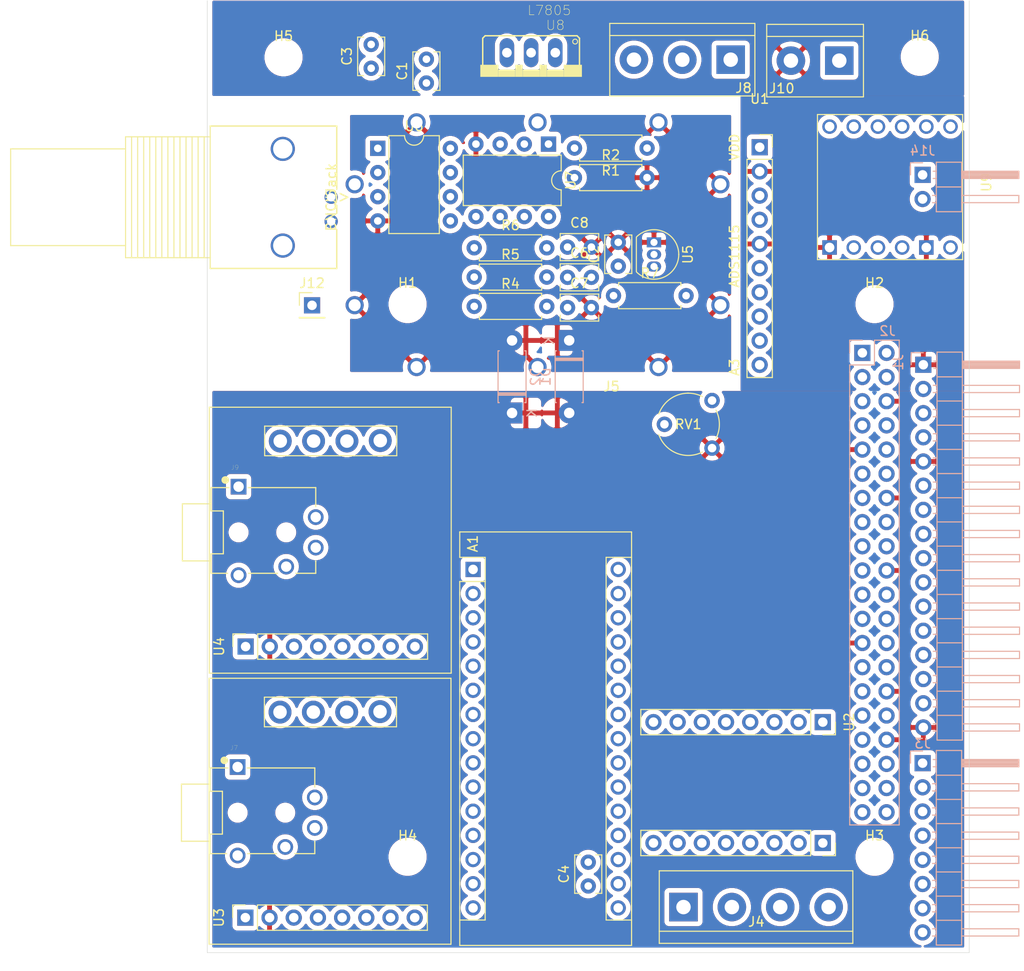
<source format=kicad_pcb>
(kicad_pcb (version 20171130) (host pcbnew "(5.1.9)-1")
  (layers (0 F.Cu signal) (31 B.Cu signal) (34 B.Paste user) (35 F.Paste user) (36 B.SilkS user) (37 F.SilkS user) (38 B.Mask user) (39 F.Mask user) (44 Edge.Cuts user))
  (net 0 "")
  (net 1 "Net-(A1-Pad1)")
  (net 2 /Arduino_VDD)
  (net 3 "Net-(A1-Pad2)")
  (net 4 "Net-(A1-Pad18)")
  (net 5 "Net-(A1-Pad3)")
  (net 6 "Net-(A1-Pad19)")
  (net 7 /Arduino_GND)
  (net 8 "Net-(A1-Pad20)")
  (net 9 "Net-(A1-Pad5)")
  (net 10 "Net-(A1-Pad21)")
  (net 11 "Net-(A1-Pad6)")
  (net 12 "Net-(A1-Pad22)")
  (net 13 "Net-(A1-Pad7)")
  (net 14 "Net-(A1-Pad23)")
  (net 15 /DIR)
  (net 16 "Net-(A1-Pad24)")
  (net 17 /STEP)
  (net 18 "Net-(A1-Pad25)")
  (net 19 "Net-(A1-Pad10)")
  (net 20 "Net-(A1-Pad26)")
  (net 21 "Net-(A1-Pad11)")
  (net 22 "Net-(A1-Pad27)")
  (net 23 "Net-(A1-Pad12)")
  (net 24 "Net-(A1-Pad28)")
  (net 25 "Net-(A1-Pad13)")
  (net 26 "Net-(A1-Pad14)")
  (net 27 "Net-(A1-Pad30)")
  (net 28 "Net-(A1-Pad15)")
  (net 29 "Net-(A1-Pad16)")
  (net 30 /PSU_5V)
  (net 31 /PSU_GND)
  (net 32 /PSU_A5V)
  (net 33 /PSU_AGND)
  (net 34 /PSU_12V)
  (net 35 "Net-(C6-Pad2)")
  (net 36 "Net-(C6-Pad1)")
  (net 37 "Net-(C7-Pad1)")
  (net 38 "Net-(C8-Pad1)")
  (net 39 GND)
  (net 40 +5V)
  (net 41 /LCD_OV)
  (net 42 /LCD_RS)
  (net 43 /LCD_E)
  (net 44 "Net-(J1-Pad7)")
  (net 45 "Net-(J1-Pad8)")
  (net 46 "Net-(J1-Pad9)")
  (net 47 "Net-(J1-Pad10)")
  (net 48 /LCD_D4)
  (net 49 /LCD_D5)
  (net 50 /LCD_D6)
  (net 51 /LCD_D7)
  (net 52 +3V3)
  (net 53 /SDA)
  (net 54 /SCL)
  (net 55 /CS1)
  (net 56 "Net-(J2-Pad8)")
  (net 57 "Net-(J2-Pad10)")
  (net 58 /MOT_DIR)
  (net 59 /MOSI)
  (net 60 /MISO)
  (net 61 /SCLK)
  (net 62 "Net-(J2-Pad24)")
  (net 63 "Net-(J2-Pad26)")
  (net 64 /CS0)
  (net 65 /KeyRow_1)
  (net 66 /KeyRow_3)
  (net 67 /KeyRow_2)
  (net 68 "Net-(J10-Pad1)")
  (net 69 /PWM)
  (net 70 /KeyRow_4)
  (net 71 /KeyCol_1)
  (net 72 /KeyCol_2)
  (net 73 /KeyCol_3)
  (net 74 /KeyCol_4)
  (net 75 "Net-(J4-Pad2)")
  (net 76 "Net-(J4-Pad3)")
  (net 77 "Net-(J4-Pad1)")
  (net 78 "Net-(J4-Pad4)")
  (net 79 "Net-(J6-Pad1)")
  (net 80 "Net-(J12-Pad1)")
  (net 81 "Net-(J6-Pad3)")
  (net 82 "Net-(J6-Pad4)")
  (net 83 "Net-(J7-Pad5)")
  (net 84 "Net-(J7-Pad4)")
  (net 85 "Net-(J7-Pad3)")
  (net 86 "Net-(J7-Pad2)")
  (net 87 "Net-(J7-Pad1)")
  (net 88 "Net-(J9-Pad1)")
  (net 89 "Net-(J9-Pad2)")
  (net 90 "Net-(J9-Pad3)")
  (net 91 "Net-(J9-Pad4)")
  (net 92 "Net-(J9-Pad5)")
  (net 93 "Net-(J14-Pad1)")
  (net 94 "Net-(J14-Pad2)")
  (net 95 "Net-(R1-Pad1)")
  (net 96 "Net-(R1-Pad2)")
  (net 97 "Net-(R6-Pad2)")
  (net 98 "Net-(U1-Pad8)")
  (net 99 "Net-(U1-Pad9)")
  (net 100 "Net-(U1-Pad10)")
  (net 101 "Net-(U2-Pad5)")
  (net 102 "Net-(U3-Pad8)")
  (net 103 "Net-(U3-Pad3)")
  (net 104 "Net-(U4-Pad3)")
  (net 105 "Net-(U4-Pad8)")
  (net 106 "Net-(U5-Pad3)")
  (net 107 "Net-(U9-Pad1)")
  (net 108 "Net-(U9-Pad2)")
  (net 109 "Net-(U9-Pad3)")
  (module Titrator_Footprints:BD65496MUV_BO_Footprint (layer F.Cu) (at 210.2 49.05 270)
    (fp_text reference U9 (at -0.6 -0.2 90) (layer F.SilkS))
    (fp_text value BD65496MUV_BO)
    (pad 12 thru_hole rect (at 6.23 16.27 270) (size 1.524 1.524) (drill 1.016) (layers *.Cu *.Mask) (net 39 GND))
    (pad 11 thru_hole circle (at 6.23 13.73 270) (size 1.524 1.524) (drill 1.016) (layers *.Cu *.Mask) (net 34 /PSU_12V))
    (pad 10 thru_hole circle (at 6.23 11.19 270) (size 1.524 1.524) (drill 1.016) (layers *.Cu *.Mask) (net 94 "Net-(J14-Pad2)"))
    (pad 9 thru_hole circle (at 6.23 8.65 270) (size 1.524 1.524) (drill 1.016) (layers *.Cu *.Mask) (net 93 "Net-(J14-Pad1)"))
    (pad 8 thru_hole rect (at 6.23 6.11 270) (size 1.524 1.524) (drill 1.016) (layers *.Cu *.Mask) (net 39 GND))
    (pad 7 thru_hole circle (at 6.23 3.57 270) (size 1.524 1.524) (drill 1.016) (layers *.Cu *.Mask) (net 52 +3V3))
    (pad 6 thru_hole circle (at -6.47 16.27 270) (size 1.524 1.524) (drill 1.016) (layers *.Cu *.Mask) (net 52 +3V3))
    (pad 5 thru_hole circle (at -6.47 13.73 270) (size 1.524 1.524) (drill 1.016) (layers *.Cu *.Mask) (net 58 /MOT_DIR))
    (pad 4 thru_hole circle (at -6.47 11.19 270) (size 1.524 1.524) (drill 1.016) (layers *.Cu *.Mask) (net 69 /PWM))
    (pad 3 thru_hole circle (at -6.47 8.65 270) (size 1.524 1.524) (drill 1.016) (layers *.Cu *.Mask) (net 109 "Net-(U9-Pad3)"))
    (pad 2 thru_hole circle (at -6.47 6.11 270) (size 1.524 1.524) (drill 1.016) (layers *.Cu *.Mask) (net 108 "Net-(U9-Pad2)"))
    (pad 1 thru_hole circle (at -6.47 3.57 270) (size 1.524 1.524) (drill 1.016) (layers *.Cu *.Mask) (net 107 "Net-(U9-Pad1)"))
  )
  (module Titrator_Footprints:PinHeader_1x16_P2.54mm_Horizontal (layer B.Cu) (at 203.775 67.6 180)
    (fp_text reference J1 (at 2.629 0.251 -90) (layer B.SilkS) (effects (justify mirror)))
    (fp_text value Conn_01x16)
    (pad 16 thru_hole oval (at 0 -38.1 180) (size 1.7 1.7) (drill 1) (layers *.Cu *.Mask) (net 39 GND))
    (pad 15 thru_hole oval (at 0 -35.56 180) (size 1.7 1.7) (drill 1) (layers *.Cu *.Mask) (net 52 +3V3))
    (pad 14 thru_hole oval (at 0 -33.02 180) (size 1.7 1.7) (drill 1) (layers *.Cu *.Mask) (net 51 /LCD_D7))
    (pad 13 thru_hole oval (at 0 -30.48 180) (size 1.7 1.7) (drill 1) (layers *.Cu *.Mask) (net 50 /LCD_D6))
    (pad 12 thru_hole oval (at 0 -27.94 180) (size 1.7 1.7) (drill 1) (layers *.Cu *.Mask) (net 49 /LCD_D5))
    (pad 11 thru_hole oval (at 0 -25.4 180) (size 1.7 1.7) (drill 1) (layers *.Cu *.Mask) (net 48 /LCD_D4))
    (pad 10 thru_hole oval (at 0 -22.86 180) (size 1.7 1.7) (drill 1) (layers *.Cu *.Mask) (net 47 "Net-(J1-Pad10)"))
    (pad 9 thru_hole oval (at 0 -20.32 180) (size 1.7 1.7) (drill 1) (layers *.Cu *.Mask) (net 46 "Net-(J1-Pad9)"))
    (pad 8 thru_hole oval (at 0 -17.78 180) (size 1.7 1.7) (drill 1) (layers *.Cu *.Mask) (net 45 "Net-(J1-Pad8)"))
    (pad 7 thru_hole oval (at 0 -15.24 180) (size 1.7 1.7) (drill 1) (layers *.Cu *.Mask) (net 44 "Net-(J1-Pad7)"))
    (pad 6 thru_hole oval (at 0 -12.7 180) (size 1.7 1.7) (drill 1) (layers *.Cu *.Mask) (net 43 /LCD_E))
    (pad 5 thru_hole oval (at 0 -10.16 180) (size 1.7 1.7) (drill 1) (layers *.Cu *.Mask) (net 39 GND))
    (pad 4 thru_hole oval (at 0 -7.62 180) (size 1.7 1.7) (drill 1) (layers *.Cu *.Mask) (net 42 /LCD_RS))
    (pad 3 thru_hole oval (at 0 -5.08 180) (size 1.7 1.7) (drill 1) (layers *.Cu *.Mask) (net 41 /LCD_OV))
    (pad 2 thru_hole oval (at 0 -2.54 180) (size 1.7 1.7) (drill 1) (layers *.Cu *.Mask) (net 40 +5V))
    (pad 1 thru_hole rect (at 0 0 180) (size 1.7 1.7) (drill 1) (layers *.Cu *.Mask) (net 39 GND))
  )
  (module Titrator_Footprints:PinHeader_1x02_P2.54mm_Horizontal (layer B.Cu) (at 203.7 47.65 180)
    (fp_text reference J14 (at 0 2.54) (layer B.SilkS) (effects (justify mirror)))
    (fp_text value Conn_01x02)
    (pad 1 thru_hole rect (at 0 0 180) (size 1.7 1.7) (drill 1) (layers *.Cu *.Mask) (net 93 "Net-(J14-Pad1)"))
    (pad 2 thru_hole oval (at 0 -2.54 180) (size 1.7 1.7) (drill 1) (layers *.Cu *.Mask) (net 94 "Net-(J14-Pad2)"))
  )
  (module Titrator_Footprints:PinHeader_1x08_P2.54mm_Horizontal (layer B.Cu) (at 203.7 109.45 180)
    (fp_text reference J3 (at -0.00508 2.05486 180) (layer B.SilkS) (effects (justify mirror)))
    (fp_text value Conn_01x08)
    (pad 8 thru_hole oval (at 0 -17.78 180) (size 1.7 1.7) (drill 1) (layers *.Cu *.Mask) (net 74 /KeyCol_4))
    (pad 7 thru_hole oval (at 0 -15.24 180) (size 1.7 1.7) (drill 1) (layers *.Cu *.Mask) (net 73 /KeyCol_3))
    (pad 6 thru_hole oval (at 0 -12.7 180) (size 1.7 1.7) (drill 1) (layers *.Cu *.Mask) (net 72 /KeyCol_2))
    (pad 5 thru_hole oval (at 0 -10.16 180) (size 1.7 1.7) (drill 1) (layers *.Cu *.Mask) (net 71 /KeyCol_1))
    (pad 4 thru_hole oval (at 0 -7.62 180) (size 1.7 1.7) (drill 1) (layers *.Cu *.Mask) (net 70 /KeyRow_4))
    (pad 3 thru_hole oval (at 0 -5.08 180) (size 1.7 1.7) (drill 1) (layers *.Cu *.Mask) (net 66 /KeyRow_3))
    (pad 2 thru_hole oval (at 0 -2.54 180) (size 1.7 1.7) (drill 1) (layers *.Cu *.Mask) (net 67 /KeyRow_2))
    (pad 1 thru_hole rect (at 0 0 180) (size 1.7 1.7) (drill 1) (layers *.Cu *.Mask) (net 65 /KeyRow_1))
  )
  (module Titrator_Footprints:BNC_Jack (layer F.Cu) (at 141.6 50 90)
    (fp_text reference J6 (at 0 0 90) (layer F.SilkS))
    (fp_text value BNC_Jack (at 0 0 90) (layer F.SilkS))
    (fp_text user * (at 0 0 90) (layer F.SilkS))
    (pad 4 thru_hole circle (at 5.08 -5.08 90) (size 2.54 2.54) (drill 2.032) (layers *.Cu *.Mask) (net 82 "Net-(J6-Pad4)"))
    (pad 3 thru_hole circle (at -5.08 -5.08 90) (size 2.54 2.54) (drill 2.032) (layers *.Cu *.Mask) (net 81 "Net-(J6-Pad3)"))
    (pad 2 thru_hole circle (at -2.54 0 90) (size 1.397 1.397) (drill 0.889) (layers *.Cu *.Mask) (net 80 "Net-(J12-Pad1)"))
    (pad 1 thru_hole circle (at 0 0 90) (size 1.397 1.397) (drill 0.889) (layers *.Cu *.Mask) (net 79 "Net-(J6-Pad1)"))
  )
  (module Titrator_Footprints:Arduino_Nano (layer F.Cu) (at 156.5 89.1)
    (fp_text reference A1 (at -0.028 -2.717 270) (layer F.SilkS))
    (fp_text value Arduino_Nano_v3.x)
    (pad 1 thru_hole rect (at 0 0) (size 1.6 1.6) (drill 1) (layers *.Cu *.Mask) (net 1 "Net-(A1-Pad1)"))
    (pad 17 thru_hole oval (at 15.24 33.02) (size 1.6 1.6) (drill 1) (layers *.Cu *.Mask) (net 2 /Arduino_VDD))
    (pad 2 thru_hole oval (at 0 2.54) (size 1.6 1.6) (drill 1) (layers *.Cu *.Mask) (net 3 "Net-(A1-Pad2)"))
    (pad 18 thru_hole oval (at 15.24 30.48) (size 1.6 1.6) (drill 1) (layers *.Cu *.Mask) (net 4 "Net-(A1-Pad18)"))
    (pad 3 thru_hole oval (at 0 5.08) (size 1.6 1.6) (drill 1) (layers *.Cu *.Mask) (net 5 "Net-(A1-Pad3)"))
    (pad 19 thru_hole oval (at 15.24 27.94) (size 1.6 1.6) (drill 1) (layers *.Cu *.Mask) (net 6 "Net-(A1-Pad19)"))
    (pad 4 thru_hole oval (at 0 7.62) (size 1.6 1.6) (drill 1) (layers *.Cu *.Mask) (net 7 /Arduino_GND))
    (pad 20 thru_hole oval (at 15.24 25.4) (size 1.6 1.6) (drill 1) (layers *.Cu *.Mask) (net 8 "Net-(A1-Pad20)"))
    (pad 5 thru_hole oval (at 0 10.16) (size 1.6 1.6) (drill 1) (layers *.Cu *.Mask) (net 9 "Net-(A1-Pad5)"))
    (pad 21 thru_hole oval (at 15.24 22.86) (size 1.6 1.6) (drill 1) (layers *.Cu *.Mask) (net 10 "Net-(A1-Pad21)"))
    (pad 6 thru_hole oval (at 0 12.7) (size 1.6 1.6) (drill 1) (layers *.Cu *.Mask) (net 11 "Net-(A1-Pad6)"))
    (pad 22 thru_hole oval (at 15.24 20.32) (size 1.6 1.6) (drill 1) (layers *.Cu *.Mask) (net 12 "Net-(A1-Pad22)"))
    (pad 7 thru_hole oval (at 0 15.24) (size 1.6 1.6) (drill 1) (layers *.Cu *.Mask) (net 13 "Net-(A1-Pad7)"))
    (pad 23 thru_hole oval (at 15.24 17.78) (size 1.6 1.6) (drill 1) (layers *.Cu *.Mask) (net 14 "Net-(A1-Pad23)"))
    (pad 8 thru_hole oval (at 0 17.78) (size 1.6 1.6) (drill 1) (layers *.Cu *.Mask) (net 15 /DIR))
    (pad 24 thru_hole oval (at 15.24 15.24) (size 1.6 1.6) (drill 1) (layers *.Cu *.Mask) (net 16 "Net-(A1-Pad24)"))
    (pad 9 thru_hole oval (at 0 20.32) (size 1.6 1.6) (drill 1) (layers *.Cu *.Mask) (net 17 /STEP))
    (pad 25 thru_hole oval (at 15.24 12.7) (size 1.6 1.6) (drill 1) (layers *.Cu *.Mask) (net 18 "Net-(A1-Pad25)"))
    (pad 10 thru_hole oval (at 0 22.86) (size 1.6 1.6) (drill 1) (layers *.Cu *.Mask) (net 19 "Net-(A1-Pad10)"))
    (pad 26 thru_hole oval (at 15.24 10.16) (size 1.6 1.6) (drill 1) (layers *.Cu *.Mask) (net 20 "Net-(A1-Pad26)"))
    (pad 11 thru_hole oval (at 0 25.4) (size 1.6 1.6) (drill 1) (layers *.Cu *.Mask) (net 21 "Net-(A1-Pad11)"))
    (pad 27 thru_hole oval (at 15.24 7.62) (size 1.6 1.6) (drill 1) (layers *.Cu *.Mask) (net 22 "Net-(A1-Pad27)"))
    (pad 12 thru_hole oval (at 0 27.94) (size 1.6 1.6) (drill 1) (layers *.Cu *.Mask) (net 23 "Net-(A1-Pad12)"))
    (pad 28 thru_hole oval (at 15.24 5.08) (size 1.6 1.6) (drill 1) (layers *.Cu *.Mask) (net 24 "Net-(A1-Pad28)"))
    (pad 13 thru_hole oval (at 0 30.48) (size 1.6 1.6) (drill 1) (layers *.Cu *.Mask) (net 25 "Net-(A1-Pad13)"))
    (pad 29 thru_hole oval (at 15.24 2.54) (size 1.6 1.6) (drill 1) (layers *.Cu *.Mask) (net 7 /Arduino_GND))
    (pad 14 thru_hole oval (at 0 33.02) (size 1.6 1.6) (drill 1) (layers *.Cu *.Mask) (net 26 "Net-(A1-Pad14)"))
    (pad 30 thru_hole oval (at 15.24 0) (size 1.6 1.6) (drill 1) (layers *.Cu *.Mask) (net 27 "Net-(A1-Pad30)"))
    (pad 15 thru_hole oval (at 0 35.56) (size 1.6 1.6) (drill 1) (layers *.Cu *.Mask) (net 28 "Net-(A1-Pad15)"))
    (pad 16 thru_hole oval (at 15.24 35.56) (size 1.6 1.6) (drill 1) (layers *.Cu *.Mask) (net 29 "Net-(A1-Pad16)"))
  )
  (module Capacitor_THT:C_Disc_D3.8mm_W2.6mm_P2.50mm (layer F.Cu) (at 151.6 38 90)
    (fp_text reference C1 (at 1.25 -2.55 90) (layer F.SilkS))
    (fp_text value 0.1uF)
    (pad 1 thru_hole circle (at 0 0 90) (size 1.6 1.6) (drill 0.8) (layers *.Cu *.Mask) (net 30 /PSU_5V))
    (pad 2 thru_hole circle (at 2.5 0 90) (size 1.6 1.6) (drill 0.8) (layers *.Cu *.Mask) (net 31 /PSU_GND))
  )
  (module Capacitor_THT:C_Disc_D3.8mm_W2.6mm_P2.50mm (layer F.Cu) (at 171.745 57.24 90)
    (fp_text reference C2 (at 1.25 -2.55 90) (layer F.SilkS))
    (fp_text value 0.1uF)
    (pad 1 thru_hole circle (at 0 0 90) (size 1.6 1.6) (drill 0.8) (layers *.Cu *.Mask) (net 32 /PSU_A5V))
    (pad 2 thru_hole circle (at 2.5 0 90) (size 1.6 1.6) (drill 0.8) (layers *.Cu *.Mask) (net 33 /PSU_AGND))
  )
  (module Capacitor_THT:C_Disc_D3.8mm_W2.6mm_P2.50mm (layer F.Cu) (at 145.8 36.45 90)
    (fp_text reference C3 (at 1.25 -2.55 90) (layer F.SilkS))
    (fp_text value 0.1uF)
    (pad 1 thru_hole circle (at 0 0 90) (size 1.6 1.6) (drill 0.8) (layers *.Cu *.Mask) (net 34 /PSU_12V))
    (pad 2 thru_hole circle (at 2.5 0 90) (size 1.6 1.6) (drill 0.8) (layers *.Cu *.Mask) (net 31 /PSU_GND))
  )
  (module Capacitor_THT:C_Disc_D3.8mm_W2.6mm_P2.50mm (layer F.Cu) (at 168.592 122.355 90)
    (fp_text reference C4 (at 1.25 -2.55 90) (layer F.SilkS))
    (fp_text value .1uF)
    (pad 1 thru_hole circle (at 0 0 90) (size 1.6 1.6) (drill 0.8) (layers *.Cu *.Mask) (net 2 /Arduino_VDD))
    (pad 2 thru_hole circle (at 2.5 0 90) (size 1.6 1.6) (drill 0.8) (layers *.Cu *.Mask) (net 7 /Arduino_GND))
  )
  (module Capacitor_THT:C_Disc_D3.8mm_W2.6mm_P2.50mm (layer F.Cu) (at 166.42 58.415)
    (fp_text reference C6 (at 1.25 -2.55) (layer F.SilkS))
    (fp_text value 1uF)
    (pad 2 thru_hole circle (at 2.5 0) (size 1.6 1.6) (drill 0.8) (layers *.Cu *.Mask) (net 35 "Net-(C6-Pad2)"))
    (pad 1 thru_hole circle (at 0 0) (size 1.6 1.6) (drill 0.8) (layers *.Cu *.Mask) (net 36 "Net-(C6-Pad1)"))
  )
  (module Capacitor_THT:C_Disc_D3.8mm_W2.6mm_P2.50mm (layer F.Cu) (at 166.42 61.59)
    (fp_text reference C7 (at 1.25 -2.55) (layer F.SilkS))
    (fp_text value 1uF)
    (pad 2 thru_hole circle (at 2.5 0) (size 1.6 1.6) (drill 0.8) (layers *.Cu *.Mask) (net 33 /PSU_AGND))
    (pad 1 thru_hole circle (at 0 0) (size 1.6 1.6) (drill 0.8) (layers *.Cu *.Mask) (net 37 "Net-(C7-Pad1)"))
  )
  (module Capacitor_THT:C_Disc_D3.8mm_W2.6mm_P2.50mm (layer F.Cu) (at 166.42 55.24)
    (fp_text reference C8 (at 1.25 -2.55) (layer F.SilkS))
    (fp_text value 1uF)
    (pad 2 thru_hole circle (at 2.5 0) (size 1.6 1.6) (drill 0.8) (layers *.Cu *.Mask) (net 33 /PSU_AGND))
    (pad 1 thru_hole circle (at 0 0) (size 1.6 1.6) (drill 0.8) (layers *.Cu *.Mask) (net 38 "Net-(C8-Pad1)"))
  )
  (module Diode_THT:D_DO-41_SOD81_P7.62mm_Horizontal (layer B.Cu) (at 166.592 65.04 270)
    (fp_text reference D1 (at 3.81 2.47 270) (layer B.SilkS) (effects (justify mirror)))
    (fp_text value 1N5817-TP)
    (fp_text user K (at 0 2.1 270) (layer B.SilkS) (effects (justify mirror)))
    (pad 1 thru_hole rect (at 0 0 270) (size 2.2 2.2) (drill 1.1) (layers *.Cu *.Mask) (net 33 /PSU_AGND))
    (pad 2 thru_hole oval (at 7.62 0 270) (size 2.2 2.2) (drill 1.1) (layers *.Cu *.Mask) (net 39 GND))
  )
  (module Diode_THT:D_DO-41_SOD81_P7.62mm_Horizontal (layer B.Cu) (at 160.592 72.665 90)
    (fp_text reference D2 (at 3.81 2.47 270) (layer B.SilkS) (effects (justify mirror)))
    (fp_text value 1N5817-TP)
    (fp_text user K (at 0 2.1 270) (layer B.SilkS) (effects (justify mirror)))
    (pad 2 thru_hole oval (at 7.62 0 90) (size 2.2 2.2) (drill 1.1) (layers *.Cu *.Mask) (net 33 /PSU_AGND))
    (pad 1 thru_hole rect (at 0 0 90) (size 2.2 2.2) (drill 1.1) (layers *.Cu *.Mask) (net 39 GND))
  )
  (module Titrator_Footprints:MountingHole_3mm (layer F.Cu) (at 149.625 61.229)
    (fp_text reference H1 (at 0 -2.228) (layer F.SilkS))
    (fp_text value MountingHole)
    (pad 1 np_thru_hole circle (at 0 0) (size 3 3) (drill 3) (layers *.Cu *.Mask))
  )
  (module Titrator_Footprints:MountingHole_3mm (layer F.Cu) (at 198.653 61.231)
    (fp_text reference H2 (at 0 -2.228) (layer F.SilkS))
    (fp_text value MountingHole)
    (pad 1 np_thru_hole circle (at 0 0) (size 3 3) (drill 3) (layers *.Cu *.Mask))
  )
  (module Titrator_Footprints:MountingHole_3mm (layer F.Cu) (at 198.653 119.289)
    (fp_text reference H3 (at 0 -2.228) (layer F.SilkS))
    (fp_text value MountingHole)
    (pad 1 np_thru_hole circle (at 0 0) (size 3 3) (drill 3) (layers *.Cu *.Mask))
  )
  (module Titrator_Footprints:MountingHole_3mm (layer F.Cu) (at 149.625 119.289)
    (fp_text reference H4 (at 0 -2.228) (layer F.SilkS))
    (fp_text value MountingHole)
    (pad 1 np_thru_hole circle (at 0 0) (size 3 3) (drill 3) (layers *.Cu *.Mask))
  )
  (module Titrator_Footprints:MountingHole_3mm (layer F.Cu) (at 136.6 35.3)
    (fp_text reference H5 (at 0 -2.228) (layer F.SilkS))
    (fp_text value MountingHole)
    (pad 1 np_thru_hole circle (at 0 0) (size 3 3) (drill 3) (layers *.Cu *.Mask))
  )
  (module Titrator_Footprints:MountingHole_3mm (layer F.Cu) (at 203.4 35.25)
    (fp_text reference H6 (at 0 -2.228) (layer F.SilkS))
    (fp_text value MountingHole)
    (pad 1 np_thru_hole circle (at 0 0) (size 3 3) (drill 3) (layers *.Cu *.Mask))
  )
  (module Titrator_Footprints:RaspberryPi (layer B.Cu) (at 197.375 66.35 180)
    (fp_text reference J2 (at -2.64 2.3 180) (layer B.SilkS) (effects (justify mirror)))
    (fp_text value Raspberry_Pi_2_3)
    (pad 1 thru_hole rect (at 0 0 180) (size 1.7 1.7) (drill 1) (layers *.Cu *.Mask) (net 52 +3V3))
    (pad 2 thru_hole oval (at -2.54 0 180) (size 1.7 1.7) (drill 1) (layers *.Cu *.Mask) (net 30 /PSU_5V))
    (pad 3 thru_hole oval (at 0 -2.54 180) (size 1.7 1.7) (drill 1) (layers *.Cu *.Mask) (net 53 /SDA))
    (pad 4 thru_hole oval (at -2.54 -2.54 180) (size 1.7 1.7) (drill 1) (layers *.Cu *.Mask) (net 40 +5V))
    (pad 5 thru_hole oval (at 0 -5.08 180) (size 1.7 1.7) (drill 1) (layers *.Cu *.Mask) (net 54 /SCL))
    (pad 6 thru_hole oval (at -2.54 -5.08 180) (size 1.7 1.7) (drill 1) (layers *.Cu *.Mask) (net 39 GND))
    (pad 7 thru_hole oval (at 0 -7.62 180) (size 1.7 1.7) (drill 1) (layers *.Cu *.Mask) (net 55 /CS1))
    (pad 8 thru_hole oval (at -2.54 -7.62 180) (size 1.7 1.7) (drill 1) (layers *.Cu *.Mask) (net 56 "Net-(J2-Pad8)"))
    (pad 9 thru_hole oval (at 0 -10.16 180) (size 1.7 1.7) (drill 1) (layers *.Cu *.Mask) (net 39 GND))
    (pad 10 thru_hole oval (at -2.54 -10.16 180) (size 1.7 1.7) (drill 1) (layers *.Cu *.Mask) (net 57 "Net-(J2-Pad10)"))
    (pad 11 thru_hole oval (at 0 -12.7 180) (size 1.7 1.7) (drill 1) (layers *.Cu *.Mask) (net 58 /MOT_DIR))
    (pad 12 thru_hole oval (at -2.54 -12.7 180) (size 1.7 1.7) (drill 1) (layers *.Cu *.Mask) (net 48 /LCD_D4))
    (pad 13 thru_hole oval (at 0 -15.24 180) (size 1.7 1.7) (drill 1) (layers *.Cu *.Mask) (net 42 /LCD_RS))
    (pad 14 thru_hole oval (at -2.54 -15.24 180) (size 1.7 1.7) (drill 1) (layers *.Cu *.Mask) (net 39 GND))
    (pad 15 thru_hole oval (at 0 -17.78 180) (size 1.7 1.7) (drill 1) (layers *.Cu *.Mask) (net 43 /LCD_E))
    (pad 16 thru_hole oval (at -2.54 -17.78 180) (size 1.7 1.7) (drill 1) (layers *.Cu *.Mask) (net 49 /LCD_D5))
    (pad 17 thru_hole oval (at 0 -20.32 180) (size 1.7 1.7) (drill 1) (layers *.Cu *.Mask) (net 52 +3V3))
    (pad 18 thru_hole oval (at -2.54 -20.32 180) (size 1.7 1.7) (drill 1) (layers *.Cu *.Mask) (net 50 /LCD_D6))
    (pad 19 thru_hole oval (at 0 -22.86 180) (size 1.7 1.7) (drill 1) (layers *.Cu *.Mask) (net 59 /MOSI))
    (pad 20 thru_hole oval (at -2.54 -22.86 180) (size 1.7 1.7) (drill 1) (layers *.Cu *.Mask) (net 39 GND))
    (pad 21 thru_hole oval (at 0 -25.4 180) (size 1.7 1.7) (drill 1) (layers *.Cu *.Mask) (net 60 /MISO))
    (pad 22 thru_hole oval (at -2.54 -25.4 180) (size 1.7 1.7) (drill 1) (layers *.Cu *.Mask) (net 51 /LCD_D7))
    (pad 23 thru_hole oval (at 0 -27.94 180) (size 1.7 1.7) (drill 1) (layers *.Cu *.Mask) (net 61 /SCLK))
    (pad 24 thru_hole oval (at -2.54 -27.94 180) (size 1.7 1.7) (drill 1) (layers *.Cu *.Mask) (net 62 "Net-(J2-Pad24)"))
    (pad 25 thru_hole oval (at 0 -30.48 180) (size 1.7 1.7) (drill 1) (layers *.Cu *.Mask) (net 39 GND))
    (pad 26 thru_hole oval (at -2.54 -30.48 180) (size 1.7 1.7) (drill 1) (layers *.Cu *.Mask) (net 63 "Net-(J2-Pad26)"))
    (pad 27 thru_hole oval (at 0 -33.02 180) (size 1.7 1.7) (drill 1) (layers *.Cu *.Mask) (net 64 /CS0))
    (pad 28 thru_hole oval (at -2.54 -33.02 180) (size 1.7 1.7) (drill 1) (layers *.Cu *.Mask) (net 65 /KeyRow_1))
    (pad 29 thru_hole oval (at 0 -35.56 180) (size 1.7 1.7) (drill 1) (layers *.Cu *.Mask) (net 66 /KeyRow_3))
    (pad 30 thru_hole oval (at -2.54 -35.56 180) (size 1.7 1.7) (drill 1) (layers *.Cu *.Mask) (net 39 GND))
    (pad 31 thru_hole oval (at 0 -38.1 180) (size 1.7 1.7) (drill 1) (layers *.Cu *.Mask) (net 67 /KeyRow_2))
    (pad 32 thru_hole oval (at -2.54 -38.1 180) (size 1.7 1.7) (drill 1) (layers *.Cu *.Mask) (net 68 "Net-(J10-Pad1)"))
    (pad 33 thru_hole oval (at 0 -40.64 180) (size 1.7 1.7) (drill 1) (layers *.Cu *.Mask) (net 69 /PWM))
    (pad 34 thru_hole oval (at -2.54 -40.64 180) (size 1.7 1.7) (drill 1) (layers *.Cu *.Mask) (net 39 GND))
    (pad 35 thru_hole oval (at 0 -43.18 180) (size 1.7 1.7) (drill 1) (layers *.Cu *.Mask) (net 70 /KeyRow_4))
    (pad 36 thru_hole oval (at -2.54 -43.18 180) (size 1.7 1.7) (drill 1) (layers *.Cu *.Mask) (net 71 /KeyCol_1))
    (pad 37 thru_hole oval (at 0 -45.72 180) (size 1.7 1.7) (drill 1) (layers *.Cu *.Mask) (net 72 /KeyCol_2))
    (pad 38 thru_hole oval (at -2.54 -45.72 180) (size 1.7 1.7) (drill 1) (layers *.Cu *.Mask) (net 73 /KeyCol_3))
    (pad 39 thru_hole oval (at 0 -48.26 180) (size 1.7 1.7) (drill 1) (layers *.Cu *.Mask) (net 31 /PSU_GND))
    (pad 40 thru_hole oval (at -2.54 -48.26 180) (size 1.7 1.7) (drill 1) (layers *.Cu *.Mask) (net 74 /KeyCol_4))
  )
  (module Titrator_Footprints:TerminalBlock_bornier-4_P5.08mm (layer F.Cu) (at 178.592 124.57)
    (fp_text reference J4 (at 7.6454 1.5494) (layer F.SilkS))
    (fp_text value Screw_Terminal_01x04_titrator)
    (pad 2 thru_hole circle (at 5.08 0) (size 3 3) (drill 1.52) (layers *.Cu *.Mask) (net 75 "Net-(J4-Pad2)"))
    (pad 3 thru_hole circle (at 10.16 0) (size 3 3) (drill 1.52) (layers *.Cu *.Mask) (net 76 "Net-(J4-Pad3)"))
    (pad 1 thru_hole rect (at 0 0) (size 3 3) (drill 1.52) (layers *.Cu *.Mask) (net 77 "Net-(J4-Pad1)"))
    (pad 4 thru_hole circle (at 15.24 0) (size 3 3) (drill 1.52) (layers *.Cu *.Mask) (net 78 "Net-(J4-Pad4)"))
  )
  (module Titrator_Footprints:44-CBSA-1.0X1.5X0.4 (layer F.Cu) (at 182.47 67.84 180)
    (fp_text reference J5 (at 11.43 -2.04) (layer F.SilkS))
    (fp_text value RF_Shield_Two_Pieces)
    (pad 1 thru_hole circle (at 6.5024 0 180) (size 1.905 1.905) (drill 1.27) (layers *.Cu *.Mask) (net 33 /PSU_AGND))
    (pad 1 thru_hole circle (at 19.2024 0 180) (size 1.905 1.905) (drill 1.27) (layers *.Cu *.Mask) (net 33 /PSU_AGND))
    (pad 1 thru_hole circle (at 31.9024 0 180) (size 1.905 1.905) (drill 1.27) (layers *.Cu *.Mask) (net 33 /PSU_AGND))
    (pad 1 thru_hole circle (at 0 6.5024 180) (size 1.905 1.905) (drill 1.27) (layers *.Cu *.Mask) (net 33 /PSU_AGND))
    (pad 1 thru_hole circle (at 0 19.2024 180) (size 1.905 1.905) (drill 1.27) (layers *.Cu *.Mask) (net 33 /PSU_AGND))
    (pad 1 thru_hole circle (at 6.5024 25.7048 180) (size 1.905 1.905) (drill 1.27) (layers *.Cu *.Mask) (net 33 /PSU_AGND))
    (pad 1 thru_hole circle (at 31.9024 25.7048 180) (size 1.905 1.905) (drill 1.27) (layers *.Cu *.Mask) (net 33 /PSU_AGND))
    (pad 1 thru_hole circle (at 19.2024 25.7048 180) (size 1.905 1.905) (drill 1.27) (layers *.Cu *.Mask) (net 33 /PSU_AGND))
    (pad 1 thru_hole circle (at 38.4048 19.2024 180) (size 1.905 1.905) (drill 1.27) (layers *.Cu *.Mask) (net 33 /PSU_AGND))
    (pad 1 thru_hole circle (at 38.4048 6.5024 180) (size 1.905 1.905) (drill 1.27) (layers *.Cu *.Mask) (net 33 /PSU_AGND))
  )
  (module Titrator_Footprints:CUI_SJ-43515TS (layer F.Cu) (at 134.38 114.655)
    (fp_text reference J7 (at -2.979863 -6.813626) (layer F.SilkS) (effects (font (size 0.480623 0.480623) (thickness 0.015))))
    (fp_text value SJ-43515TS)
    (pad 1 thru_hole rect (at -2.6 -4.8) (size 1.65 1.65) (drill 1.1) (layers *.Cu *.Mask) (net 87 "Net-(J7-Pad1)"))
    (pad 2 thru_hole circle (at 2.4 3.6) (size 1.65 1.65) (drill 1.1) (layers *.Cu *.Mask) (net 86 "Net-(J7-Pad2)"))
    (pad 3 thru_hole circle (at 5.5 -1.6) (size 1.65 1.65) (drill 1.1) (layers *.Cu *.Mask) (net 85 "Net-(J7-Pad3)"))
    (pad 4 thru_hole circle (at -2.6 4.5) (size 1.65 1.65) (drill 1.1) (layers *.Cu *.Mask) (net 84 "Net-(J7-Pad4)"))
    (pad None np_thru_hole circle (at -2.6 0) (size 1.1 1.1) (drill 1.1) (layers *.Cu *.Mask))
    (pad None np_thru_hole circle (at 2.4 0) (size 1.1 1.1) (drill 1.1) (layers *.Cu *.Mask))
    (pad 5 thru_hole circle (at 5.5 1.6) (size 1.65 1.65) (drill 1.1) (layers *.Cu *.Mask) (net 83 "Net-(J7-Pad5)"))
  )
  (module Titrator_Footprints:TerminalBlock_bornier-3_P5.08mm (layer F.Cu) (at 183.55 35.55 180)
    (fp_text reference J8 (at -1.345 -2.978 180) (layer F.SilkS))
    (fp_text value Screw_Terminal_01x03)
    (pad 1 thru_hole rect (at 0 0 180) (size 3 3) (drill 1.52) (layers *.Cu *.Mask) (net 30 /PSU_5V))
    (pad 2 thru_hole circle (at 5.08 0 180) (size 3 3) (drill 1.52) (layers *.Cu *.Mask) (net 34 /PSU_12V))
    (pad 3 thru_hole circle (at 10.16 0 180) (size 3 3) (drill 1.52) (layers *.Cu *.Mask) (net 31 /PSU_GND))
  )
  (module Titrator_Footprints:CUI_SJ-43515TS (layer F.Cu) (at 134.48 85.205)
    (fp_text reference J9 (at -2.979863 -6.813626) (layer F.SilkS) (effects (font (size 0.480623 0.480623) (thickness 0.015))))
    (fp_text value SJ-43515TS)
    (pad 5 thru_hole circle (at 5.5 1.6) (size 1.65 1.65) (drill 1.1) (layers *.Cu *.Mask) (net 92 "Net-(J9-Pad5)"))
    (pad None np_thru_hole circle (at 2.4 0) (size 1.1 1.1) (drill 1.1) (layers *.Cu *.Mask))
    (pad None np_thru_hole circle (at -2.6 0) (size 1.1 1.1) (drill 1.1) (layers *.Cu *.Mask))
    (pad 4 thru_hole circle (at -2.6 4.5) (size 1.65 1.65) (drill 1.1) (layers *.Cu *.Mask) (net 91 "Net-(J9-Pad4)"))
    (pad 3 thru_hole circle (at 5.5 -1.6) (size 1.65 1.65) (drill 1.1) (layers *.Cu *.Mask) (net 90 "Net-(J9-Pad3)"))
    (pad 2 thru_hole circle (at 2.4 3.6) (size 1.65 1.65) (drill 1.1) (layers *.Cu *.Mask) (net 89 "Net-(J9-Pad2)"))
    (pad 1 thru_hole rect (at -2.6 -4.8) (size 1.65 1.65) (drill 1.1) (layers *.Cu *.Mask) (net 88 "Net-(J9-Pad1)"))
  )
  (module Titrator_Footprints:TerminalBlock_bornier-2_P5.08mm (layer F.Cu) (at 194.95 35.65 180)
    (fp_text reference J10 (at 6.0334 -2.9218 180) (layer F.SilkS))
    (fp_text value Screw_Terminal_01x02)
    (pad 1 thru_hole rect (at 0 0 180) (size 3 3) (drill 1.52) (layers *.Cu *.Mask) (net 68 "Net-(J10-Pad1)"))
    (pad 2 thru_hole circle (at 5.08 0 180) (size 3 3) (drill 1.52) (layers *.Cu *.Mask) (net 39 GND))
  )
  (module Connector_PinHeader_2.54mm:PinHeader_1x01_P2.54mm_Vertical (layer F.Cu) (at 139.592 61.355)
    (fp_text reference J12 (at 0 -2.33) (layer F.SilkS))
    (fp_text value V_OFFSET)
    (pad 1 thru_hole rect (at 0 0) (size 1.7 1.7) (drill 1) (layers *.Cu *.Mask) (net 80 "Net-(J12-Pad1)"))
  )
  (module Resistor_THT:R_Axial_DIN0207_L6.3mm_D2.5mm_P7.62mm_Horizontal (layer F.Cu) (at 174.77 44.84 180)
    (fp_text reference R1 (at 3.81 -2.37) (layer F.SilkS))
    (fp_text value 10k)
    (pad 1 thru_hole circle (at 0 0 180) (size 1.6 1.6) (drill 0.8) (layers *.Cu *.Mask) (net 95 "Net-(R1-Pad1)"))
    (pad 2 thru_hole oval (at 7.62 0 180) (size 1.6 1.6) (drill 0.8) (layers *.Cu *.Mask) (net 96 "Net-(R1-Pad2)"))
  )
  (module Resistor_THT:R_Axial_DIN0207_L6.3mm_D2.5mm_P7.62mm_Horizontal (layer F.Cu) (at 167.145 47.94)
    (fp_text reference R2 (at 3.81 -2.37) (layer F.SilkS))
    (fp_text value 10k)
    (pad 2 thru_hole oval (at 7.62 0) (size 1.6 1.6) (drill 0.8) (layers *.Cu *.Mask) (net 33 /PSU_AGND))
    (pad 1 thru_hole circle (at 0 0) (size 1.6 1.6) (drill 0.8) (layers *.Cu *.Mask) (net 96 "Net-(R1-Pad2)"))
  )
  (module Resistor_THT:R_Axial_DIN0207_L6.3mm_D2.5mm_P7.62mm_Horizontal (layer F.Cu) (at 156.62 61.465)
    (fp_text reference R4 (at 3.81 -2.37) (layer F.SilkS))
    (fp_text value 160k)
    (pad 2 thru_hole oval (at 7.62 0) (size 1.6 1.6) (drill 0.8) (layers *.Cu *.Mask) (net 35 "Net-(C6-Pad2)"))
    (pad 1 thru_hole circle (at 0 0) (size 1.6 1.6) (drill 0.8) (layers *.Cu *.Mask) (net 37 "Net-(C7-Pad1)"))
  )
  (module Resistor_THT:R_Axial_DIN0207_L6.3mm_D2.5mm_P7.62mm_Horizontal (layer F.Cu) (at 156.62 58.39)
    (fp_text reference R5 (at 3.81 -2.37) (layer F.SilkS))
    (fp_text value 80k)
    (pad 1 thru_hole circle (at 0 0) (size 1.6 1.6) (drill 0.8) (layers *.Cu *.Mask) (net 35 "Net-(C6-Pad2)"))
    (pad 2 thru_hole oval (at 7.62 0) (size 1.6 1.6) (drill 0.8) (layers *.Cu *.Mask) (net 38 "Net-(C8-Pad1)"))
  )
  (module Resistor_THT:R_Axial_DIN0207_L6.3mm_D2.5mm_P7.62mm_Horizontal (layer F.Cu) (at 156.62 55.315)
    (fp_text reference R6 (at 3.81 -2.37) (layer F.SilkS))
    (fp_text value 80k)
    (pad 2 thru_hole oval (at 7.62 0) (size 1.6 1.6) (drill 0.8) (layers *.Cu *.Mask) (net 97 "Net-(R6-Pad2)"))
    (pad 1 thru_hole circle (at 0 0) (size 1.6 1.6) (drill 0.8) (layers *.Cu *.Mask) (net 38 "Net-(C8-Pad1)"))
  )
  (module Resistor_THT:R_Axial_DIN0207_L6.3mm_D2.5mm_P7.62mm_Horizontal (layer F.Cu) (at 171.245 60.34)
    (fp_text reference R7 (at 3.81 -2.37) (layer F.SilkS))
    (fp_text value 11.5k)
    (pad 1 thru_hole circle (at 0 0) (size 1.6 1.6) (drill 0.8) (layers *.Cu *.Mask) (net 32 /PSU_A5V))
    (pad 2 thru_hole oval (at 7.62 0) (size 1.6 1.6) (drill 0.8) (layers *.Cu *.Mask) (net 95 "Net-(R1-Pad1)"))
  )
  (module Titrator_Footprints:Potentiometer_Piher_PT-6-V_Vertical (layer F.Cu) (at 181.592 71.355 180)
    (fp_text reference RV1 (at 2.5 -2.5) (layer F.SilkS))
    (fp_text value R_POT)
    (pad 3 thru_hole circle (at 0 -5 180) (size 1.62 1.62) (drill 0.9) (layers *.Cu *.Mask) (net 39 GND))
    (pad 2 thru_hole circle (at 5 -2.5 180) (size 1.62 1.62) (drill 0.9) (layers *.Cu *.Mask) (net 41 /LCD_OV))
    (pad 1 thru_hole circle (at 0 0 180) (size 1.62 1.62) (drill 0.9) (layers *.Cu *.Mask) (net 40 +5V))
  )
  (module Titrator_Footprints:ADS1115_BO_Footprint (layer F.Cu) (at 186.592 44.75)
    (fp_text reference U1 (at 0 -5.08) (layer F.SilkS))
    (fp_text value ADS1115_BO)
    (fp_text user VDD (at -2.6416 0 90) (layer F.SilkS))
    (fp_text user A3 (at -2.6416 23.114 90) (layer F.SilkS))
    (fp_text user ADS1115 (at -2.6416 11.43 90) (layer F.SilkS))
    (pad 1 thru_hole rect (at 0 0) (size 1.7 1.7) (drill 1) (layers *.Cu *.Mask) (net 40 +5V))
    (pad 2 thru_hole oval (at 0 2.54) (size 1.7 1.7) (drill 1) (layers *.Cu *.Mask) (net 39 GND))
    (pad 3 thru_hole oval (at 0 5.08) (size 1.7 1.7) (drill 1) (layers *.Cu *.Mask) (net 54 /SCL))
    (pad 4 thru_hole oval (at 0 7.62) (size 1.7 1.7) (drill 1) (layers *.Cu *.Mask) (net 53 /SDA))
    (pad 5 thru_hole oval (at 0 10.16) (size 1.7 1.7) (drill 1) (layers *.Cu *.Mask) (net 39 GND))
    (pad 6 thru_hole oval (at 0 12.7) (size 1.7 1.7) (drill 1) (layers *.Cu *.Mask) (net 33 /PSU_AGND))
    (pad 7 thru_hole oval (at 0 15.24) (size 1.7 1.7) (drill 1) (layers *.Cu *.Mask) (net 36 "Net-(C6-Pad1)"))
    (pad 8 thru_hole oval (at 0 17.78) (size 1.7 1.7) (drill 1) (layers *.Cu *.Mask) (net 98 "Net-(U1-Pad8)"))
    (pad 9 thru_hole oval (at 0 20.32) (size 1.7 1.7) (drill 1) (layers *.Cu *.Mask) (net 99 "Net-(U1-Pad9)"))
    (pad 10 thru_hole oval (at 0 22.86) (size 1.7 1.7) (drill 1) (layers *.Cu *.Mask) (net 100 "Net-(U1-Pad10)"))
  )
  (module Titrator_Footprints:A4988_BO_Footprint (layer F.Cu) (at 193.7 104.9 270)
    (fp_text reference U2 (at 0.24 -2.29 90) (layer F.SilkS))
    (fp_text value A4988_BO)
    (pad 8 thru_hole oval (at 0.24 18.26 270) (size 1.7 1.7) (drill 1) (layers *.Cu *.Mask) (net 15 /DIR))
    (pad 7 thru_hole oval (at 0.24 15.72 270) (size 1.7 1.7) (drill 1) (layers *.Cu *.Mask) (net 17 /STEP))
    (pad 6 thru_hole oval (at 0.24 13.18 270) (size 1.7 1.7) (drill 1) (layers *.Cu *.Mask) (net 101 "Net-(U2-Pad5)"))
    (pad 5 thru_hole oval (at 0.24 10.64 270) (size 1.7 1.7) (drill 1) (layers *.Cu *.Mask) (net 101 "Net-(U2-Pad5)"))
    (pad 4 thru_hole oval (at 0.24 8.1 270) (size 1.7 1.7) (drill 1) (layers *.Cu *.Mask) (net 7 /Arduino_GND))
    (pad 3 thru_hole oval (at 0.24 5.56 270) (size 1.7 1.7) (drill 1) (layers *.Cu *.Mask) (net 7 /Arduino_GND))
    (pad 2 thru_hole oval (at 0.24 3.02 270) (size 1.7 1.7) (drill 1) (layers *.Cu *.Mask) (net 7 /Arduino_GND))
    (pad 1 thru_hole rect (at 0.24 0.48 270) (size 1.7 1.7) (drill 1) (layers *.Cu *.Mask) (net 7 /Arduino_GND))
    (pad 9 thru_hole rect (at 12.94 0.48 270) (size 1.7 1.7) (drill 1) (layers *.Cu *.Mask) (net 34 /PSU_12V))
    (pad 12 thru_hole oval (at 12.94 8.1 270) (size 1.7 1.7) (drill 1) (layers *.Cu *.Mask) (net 76 "Net-(J4-Pad3)"))
    (pad 16 thru_hole oval (at 12.94 18.26 270) (size 1.7 1.7) (drill 1) (layers *.Cu *.Mask) (net 7 /Arduino_GND))
    (pad 15 thru_hole oval (at 12.94 15.72 270) (size 1.7 1.7) (drill 1) (layers *.Cu *.Mask) (net 2 /Arduino_VDD))
    (pad 14 thru_hole oval (at 12.94 13.18 270) (size 1.7 1.7) (drill 1) (layers *.Cu *.Mask) (net 77 "Net-(J4-Pad1)"))
    (pad 13 thru_hole oval (at 12.94 10.64 270) (size 1.7 1.7) (drill 1) (layers *.Cu *.Mask) (net 75 "Net-(J4-Pad2)"))
    (pad 10 thru_hole oval (at 12.94 3.02 270) (size 1.7 1.7) (drill 1) (layers *.Cu *.Mask) (net 31 /PSU_GND))
    (pad 11 thru_hole oval (at 12.94 5.56 270) (size 1.7 1.7) (drill 1) (layers *.Cu *.Mask) (net 78 "Net-(J4-Pad4)"))
  )
  (module Titrator_Footprints:MAX31865 (layer F.Cu) (at 141.48 125.68 90)
    (fp_text reference U3 (at 0 -11.66 90) (layer F.SilkS))
    (fp_text value MAX31865_BO)
    (pad 1 thru_hole rect (at 0 -8.89 90) (size 1.7 1.7) (drill 1) (layers *.Cu *.Mask) (net 52 +3V3))
    (pad 2 thru_hole oval (at 0 -6.35 90) (size 1.7 1.7) (drill 1) (layers *.Cu *.Mask) (net 39 GND))
    (pad 3 thru_hole oval (at 0 -3.81 90) (size 1.7 1.7) (drill 1) (layers *.Cu *.Mask) (net 103 "Net-(U3-Pad3)"))
    (pad 4 thru_hole oval (at 0 -1.27 90) (size 1.7 1.7) (drill 1) (layers *.Cu *.Mask) (net 61 /SCLK))
    (pad 5 thru_hole oval (at 0 1.27 90) (size 1.7 1.7) (drill 1) (layers *.Cu *.Mask) (net 60 /MISO))
    (pad 6 thru_hole oval (at 0 3.81 90) (size 1.7 1.7) (drill 1) (layers *.Cu *.Mask) (net 59 /MOSI))
    (pad 7 thru_hole oval (at 0 6.35 90) (size 1.7 1.7) (drill 1) (layers *.Cu *.Mask) (net 64 /CS0))
    (pad 8 thru_hole oval (at 0 8.89 90) (size 1.7 1.7) (drill 1) (layers *.Cu *.Mask) (net 102 "Net-(U3-Pad8)"))
    (pad 9 thru_hole circle (at 21.59 -5.25 90) (size 2.4 2.4) (drill 1.4224) (layers *.Cu *.Mask) (net 87 "Net-(J7-Pad1)"))
    (pad 10 thru_hole circle (at 21.59 -1.75 90) (size 2.4 2.4) (drill 1.4224) (layers *.Cu *.Mask) (net 85 "Net-(J7-Pad3)"))
    (pad 11 thru_hole circle (at 21.59 1.75 90) (size 2.4 2.4) (drill 1.4224) (layers *.Cu *.Mask) (net 86 "Net-(J7-Pad2)"))
    (pad 12 thru_hole circle (at 21.64 5.25 90) (size 2.4 2.4) (drill 1.4224) (layers *.Cu *.Mask) (net 84 "Net-(J7-Pad4)"))
  )
  (module Titrator_Footprints:MAX31865 (layer F.Cu) (at 141.505 97.205 90)
    (fp_text reference U4 (at 0 -11.66 90) (layer F.SilkS))
    (fp_text value MAX31865_BO)
    (pad 12 thru_hole circle (at 21.64 5.25 90) (size 2.4 2.4) (drill 1.4224) (layers *.Cu *.Mask) (net 91 "Net-(J9-Pad4)"))
    (pad 11 thru_hole circle (at 21.59 1.75 90) (size 2.4 2.4) (drill 1.4224) (layers *.Cu *.Mask) (net 89 "Net-(J9-Pad2)"))
    (pad 10 thru_hole circle (at 21.59 -1.75 90) (size 2.4 2.4) (drill 1.4224) (layers *.Cu *.Mask) (net 90 "Net-(J9-Pad3)"))
    (pad 9 thru_hole circle (at 21.59 -5.25 90) (size 2.4 2.4) (drill 1.4224) (layers *.Cu *.Mask) (net 88 "Net-(J9-Pad1)"))
    (pad 8 thru_hole oval (at 0 8.89 90) (size 1.7 1.7) (drill 1) (layers *.Cu *.Mask) (net 105 "Net-(U4-Pad8)"))
    (pad 7 thru_hole oval (at 0 6.35 90) (size 1.7 1.7) (drill 1) (layers *.Cu *.Mask) (net 55 /CS1))
    (pad 6 thru_hole oval (at 0 3.81 90) (size 1.7 1.7) (drill 1) (layers *.Cu *.Mask) (net 59 /MOSI))
    (pad 5 thru_hole oval (at 0 1.27 90) (size 1.7 1.7) (drill 1) (layers *.Cu *.Mask) (net 60 /MISO))
    (pad 4 thru_hole oval (at 0 -1.27 90) (size 1.7 1.7) (drill 1) (layers *.Cu *.Mask) (net 61 /SCLK))
    (pad 3 thru_hole oval (at 0 -3.81 90) (size 1.7 1.7) (drill 1) (layers *.Cu *.Mask) (net 104 "Net-(U4-Pad3)"))
    (pad 2 thru_hole oval (at 0 -6.35 90) (size 1.7 1.7) (drill 1) (layers *.Cu *.Mask) (net 39 GND))
    (pad 1 thru_hole rect (at 0 -8.89 90) (size 1.7 1.7) (drill 1) (layers *.Cu *.Mask) (net 52 +3V3))
  )
  (module Package_TO_SOT_THT:TO-92_Inline (layer F.Cu) (at 175.495 54.74 270)
    (fp_text reference U5 (at 1.27 -3.56 90) (layer F.SilkS))
    (fp_text value LT1634_5V)
    (pad 2 thru_hole oval (at 1.27 0 270) (size 1.05 1.5) (drill 0.75) (layers *.Cu *.Mask) (net 95 "Net-(R1-Pad1)"))
    (pad 3 thru_hole oval (at 2.54 0 270) (size 1.05 1.5) (drill 0.75) (layers *.Cu *.Mask) (net 106 "Net-(U5-Pad3)"))
    (pad 1 thru_hole rect (at 0 0 270) (size 1.05 1.5) (drill 0.75) (layers *.Cu *.Mask) (net 33 /PSU_AGND))
  )
  (module Package_DIP:DIP-8_W7.62mm (layer F.Cu) (at 146.495 44.865)
    (fp_text reference U6 (at 3.81 -2.33) (layer F.SilkS))
    (fp_text value LMC662)
    (pad 1 thru_hole rect (at 0 0) (size 1.6 1.6) (drill 0.8) (layers *.Cu *.Mask) (net 97 "Net-(R6-Pad2)"))
    (pad 5 thru_hole oval (at 7.62 7.62) (size 1.6 1.6) (drill 0.8) (layers *.Cu *.Mask) (net 96 "Net-(R1-Pad2)"))
    (pad 2 thru_hole oval (at 0 2.54) (size 1.6 1.6) (drill 0.8) (layers *.Cu *.Mask) (net 97 "Net-(R6-Pad2)"))
    (pad 6 thru_hole oval (at 7.62 5.08) (size 1.6 1.6) (drill 0.8) (layers *.Cu *.Mask) (net 80 "Net-(J12-Pad1)"))
    (pad 3 thru_hole oval (at 0 5.08) (size 1.6 1.6) (drill 0.8) (layers *.Cu *.Mask) (net 79 "Net-(J6-Pad1)"))
    (pad 7 thru_hole oval (at 7.62 2.54) (size 1.6 1.6) (drill 0.8) (layers *.Cu *.Mask) (net 80 "Net-(J12-Pad1)"))
    (pad 4 thru_hole oval (at 0 7.62) (size 1.6 1.6) (drill 0.8) (layers *.Cu *.Mask) (net 33 /PSU_AGND))
    (pad 8 thru_hole oval (at 7.62 0) (size 1.6 1.6) (drill 0.8) (layers *.Cu *.Mask) (net 32 /PSU_A5V))
  )
  (module Package_DIP:DIP-8_W7.62mm (layer F.Cu) (at 164.42 44.415 270)
    (fp_text reference U7 (at 3.81 -2.33 90) (layer F.SilkS))
    (fp_text value LMC662)
    (pad 8 thru_hole oval (at 7.62 0 270) (size 1.6 1.6) (drill 0.8) (layers *.Cu *.Mask) (net 32 /PSU_A5V))
    (pad 4 thru_hole oval (at 0 7.62 270) (size 1.6 1.6) (drill 0.8) (layers *.Cu *.Mask) (net 33 /PSU_AGND))
    (pad 7 thru_hole oval (at 7.62 2.54 270) (size 1.6 1.6) (drill 0.8) (layers *.Cu *.Mask) (net 98 "Net-(U1-Pad8)"))
    (pad 3 thru_hole oval (at 0 5.08 270) (size 1.6 1.6) (drill 0.8) (layers *.Cu *.Mask) (net 37 "Net-(C7-Pad1)"))
    (pad 6 thru_hole oval (at 7.62 5.08 270) (size 1.6 1.6) (drill 0.8) (layers *.Cu *.Mask) (net 98 "Net-(U1-Pad8)"))
    (pad 2 thru_hole oval (at 0 2.54 270) (size 1.6 1.6) (drill 0.8) (layers *.Cu *.Mask) (net 36 "Net-(C6-Pad1)"))
    (pad 5 thru_hole oval (at 7.62 7.62 270) (size 1.6 1.6) (drill 0.8) (layers *.Cu *.Mask) (net 96 "Net-(R1-Pad2)"))
    (pad 1 thru_hole rect (at 0 0 270) (size 1.6 1.6) (drill 0.8) (layers *.Cu *.Mask) (net 36 "Net-(C6-Pad1)"))
  )
  (module Titrator_Footprints:78XXS (layer F.Cu) (at 162.592 37.355 180)
    (fp_text reference U8 (at -2.54477 5.42037) (layer F.SilkS) (effects (font (size 1.00188 1.00188) (thickness 0.05))))
    (fp_text value L7805 (at -1.90532 6.98617) (layer F.SilkS) (effects (font (size 1.00017 1.00017) (thickness 0.05))))
    (pad 3 thru_hole oval (at 2.54 2.54 270) (size 3.048 1.524) (drill 1.016) (layers *.Cu *.Mask) (net 32 /PSU_A5V))
    (pad 2 thru_hole oval (at 0 2.54 270) (size 3.048 1.524) (drill 1.016) (layers *.Cu *.Mask) (net 31 /PSU_GND))
    (pad 1 thru_hole oval (at -2.54 2.54 270) (size 3.048 1.524) (drill 1.016) (layers *.Cu *.Mask) (net 34 /PSU_12V))
  )
  (gr_line (start 128.592 129.355) (end 128.592 29.355) (layer Edge.Cuts) (width 0.05))
  (gr_line (start 208.592 129.355) (end 128.592 129.355) (layer Edge.Cuts) (width 0.05))
  (gr_line (start 208.592 29.355) (end 208.592 129.355) (layer Edge.Cuts) (width 0.05))
  (zone (net 39) (net_name GND) (layer F.Cu) (connect_pads (clearance 0.508)) (min_thickness 0.254) (fill yes (arc_segments 32) (thermal_gap 0.508) (thermal_bridge_width 0.508))
    (polygon (pts (xy 208.592 39.355) (xy 128.592 39.355) (xy 128.592 29.355) (xy 208.592 29.355)))
  )
  (zone (net 39) (net_name GND) (layer F.Cu) (connect_pads (clearance 0.508)) (min_thickness 0.254) (fill yes (arc_segments 32) (thermal_gap 0.508) (thermal_bridge_width 0.508))
    (polygon (pts (xy 208.592 129.355) (xy 128.592 129.355) (xy 128.592 70.355) (xy 208.592 70.355)))
  )
  (zone (net 39) (net_name GND) (layer F.Cu) (connect_pads (clearance 0.508)) (min_thickness 0.254) (fill yes (arc_segments 32) (thermal_gap 0.508) (thermal_bridge_width 0.508))
    (polygon (pts (xy 208.592 70.355) (xy 184.592 70.355) (xy 184.592 39.355) (xy 208.592 39.355)))
  )
  (zone (net 33) (net_name /PSU_AGND) (layer F.Cu) (connect_pads (clearance 0.508)) (min_thickness 0.254) (fill yes (arc_segments 32) (thermal_gap 0.508) (thermal_bridge_width 0.508))
    (polygon (pts (xy 183.592 68.355) (xy 143.592 68.355) (xy 143.592 41.355) (xy 183.592 41.355)))
  )
  (zone (net 0) (net_name "") (layer B.Cu) (connect_pads (clearance 0.508)) (min_thickness 0.254) (fill yes (arc_segments 32) (thermal_gap 0.508) (thermal_bridge_width 0.508))
    (polygon (pts (xy 208.592 29.355) (xy 128.592 29.355) (xy 128.592 39.355) (xy 208.592 39.355)))
  )
  (zone (net 0) (net_name "") (layer B.Cu) (connect_pads (clearance 0.508)) (min_thickness 0.254) (fill yes (arc_segments 32) (thermal_gap 0.508) (thermal_bridge_width 0.508))
    (polygon (pts (xy 208.592 39.355) (xy 184.592 39.355) (xy 184.592 70.355) (xy 208.592 70.355)))
  )
  (zone (net 0) (net_name "") (layer B.Cu) (connect_pads (clearance 0.508)) (min_thickness 0.254) (fill yes (arc_segments 32) (thermal_gap 0.508) (thermal_bridge_width 0.508))
    (polygon (pts (xy 128.592 129.355) (xy 208.592 129.355) (xy 208.592 70.355) (xy 128.592 70.355)))
  )
  (zone (net 0) (net_name "") (layer B.Cu) (connect_pads (clearance 0.508)) (min_thickness 0.254) (fill yes (arc_segments 32) (thermal_gap 0.508) (thermal_bridge_width 0.508))
    (polygon (pts (xy 183.592 41.355) (xy 143.592 41.355) (xy 143.592 68.355) (xy 183.592 68.355)))
  )
)
</source>
